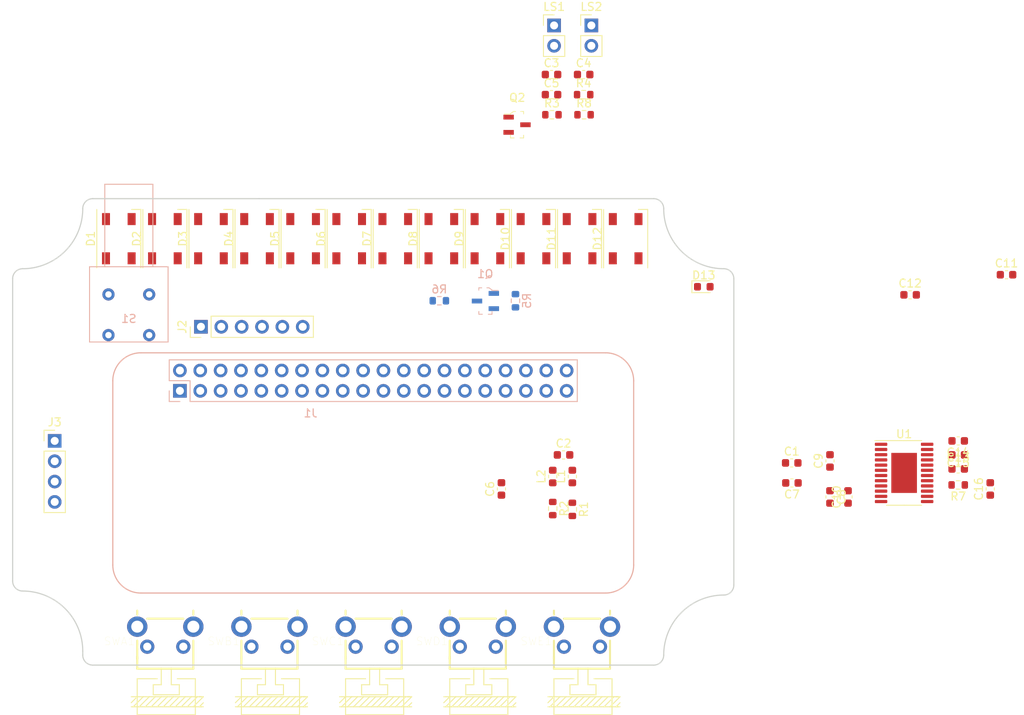
<source format=kicad_pcb>
(kicad_pcb (version 20171130) (host pcbnew "(5.1.8-0-10_14)")
  (title_block (title "Raspberry Pi Zero (W) uHAT Template Board") (date 2019-02-28) (rev 1.0) (comment 1 "This PCB design is licensed under MIT Open Source License."))
  (layers (0 F.Cu signal) (1 In1.Cu signal) (2 In2.Cu signal) (31 B.Cu signal) (34 B.Paste user) (35 F.Paste user) (36 B.SilkS user) (37 F.SilkS user) (38 B.Mask user) (39 F.Mask user) (44 Edge.Cuts user))
  (net 0 "")
  (net 1 GND)
  (net 2 "Net-(C1-Pad1)")
  (net 3 "Net-(C2-Pad1)")
  (net 4 GNDA)
  (net 5 +5V)
  (net 6 /BTN_D)
  (net 7 /BTN_E)
  (net 8 /BTN_A)
  (net 9 /BTN_B)
  (net 10 /BTN_C)
  (net 11 /PWM_AUDIO_L)
  (net 12 /PWM_AUDIO_R)
  (net 13 "Net-(L1-Pad1)")
  (net 14 "Net-(L2-Pad1)")
  (net 15 "Net-(D1-Pad4)")
  (net 16 "Net-(D1-Pad2)")
  (net 17 "Net-(D2-Pad4)")
  (net 18 "Net-(D3-Pad4)")
  (net 19 "Net-(D4-Pad4)")
  (net 20 "Net-(D5-Pad4)")
  (net 21 +3V3)
  (net 22 /LED)
  (net 23 "Net-(D10-Pad2)")
  (net 24 "Net-(D6-Pad4)")
  (net 25 "Net-(D10-Pad4)")
  (net 26 "Net-(D7-Pad4)")
  (net 27 "Net-(D8-Pad4)")
  (net 28 /PWR_BTN)
  (net 29 "Net-(D11-Pad4)")
  (net 30 /AUD_L+)
  (net 31 /AUD_R+)
  (net 32 /AUD_L-)
  (net 33 /AUD_R-)
  (net 34 /LB)
  (net 35 /GAIN_1)
  (net 36 /PWR_LED)
  (net 37 /GAIN_0)
  (net 38 /UART_RX)
  (net 39 /UART_TX)
  (net 40 /SPK_L+)
  (net 41 /SPK_L-)
  (net 42 /SPK_R+)
  (net 43 /SPK_R-)
  (net 44 "Net-(Q2-Pad2)")
  (net 45 "Net-(D13-Pad1)")
  (net 46 "Net-(R7-Pad2)")
  (net 47 "Net-(C14-Pad2)")
  (net 48 "Net-(C10-Pad2)")
  (module LED_SMD:LED_0603_1608Metric (layer F.Cu) (at 198.532 74.818)
    (fp_text reference D13 (at 0 -1.43) (layer F.SilkS))
    (fp_text value LED)
    (pad 2 smd roundrect (at 0.7875 0) (size 0.875 0.95) (layers F.Cu F.Paste F.Mask) (net 5 +5V))
    (pad 1 smd roundrect (at -0.7875 0) (size 0.875 0.95) (layers F.Cu F.Paste F.Mask) (net 45 "Net-(D13-Pad1)"))
  )
  (module Connector_PinHeader_2.54mm:PinHeader_1x06_P2.54mm_Vertical (layer F.Cu) (at 135.782 79.818 90)
    (fp_text reference J2 (at 0 -2.33 90) (layer F.SilkS))
    (fp_text value Conn_01x06_Male)
    (pad 6 thru_hole oval (at 0 12.7 90) (size 1.7 1.7) (drill 1) (layers *.Cu *.Mask))
    (pad 5 thru_hole oval (at 0 10.16 90) (size 1.7 1.7) (drill 1) (layers *.Cu *.Mask))
    (pad 4 thru_hole oval (at 0 7.62 90) (size 1.7 1.7) (drill 1) (layers *.Cu *.Mask))
    (pad 3 thru_hole oval (at 0 5.08 90) (size 1.7 1.7) (drill 1) (layers *.Cu *.Mask) (net 34 /LB))
    (pad 2 thru_hole oval (at 0 2.54 90) (size 1.7 1.7) (drill 1) (layers *.Cu *.Mask) (net 1 GND))
    (pad 1 thru_hole rect (at 0 0 90) (size 1.7 1.7) (drill 1) (layers *.Cu *.Mask) (net 5 +5V))
  )
  (module Capacitor_SMD:C_0603_1608Metric (layer F.Cu) (at 234.282 100.068 90)
    (fp_text reference C16 (at 0 -1.43 90) (layer F.SilkS))
    (fp_text value 10uF)
    (pad 2 smd roundrect (at 0.775 0 90) (size 0.9 0.95) (layers F.Cu F.Paste F.Mask) (net 5 +5V))
    (pad 1 smd roundrect (at -0.775 0 90) (size 0.9 0.95) (layers F.Cu F.Paste F.Mask) (net 1 GND))
  )
  (module Capacitor_SMD:C_0603_1608Metric (layer F.Cu) (at 230.282 95.818 180)
    (fp_text reference C15 (at 0 -1) (layer F.SilkS))
    (fp_text value 10uF)
    (pad 2 smd roundrect (at 0.775 0 180) (size 0.9 0.95) (layers F.Cu F.Paste F.Mask) (net 5 +5V))
    (pad 1 smd roundrect (at -0.775 0 180) (size 0.9 0.95) (layers F.Cu F.Paste F.Mask) (net 1 GND))
  )
  (module Capacitor_SMD:C_0603_1608Metric (layer F.Cu) (at 230.282 94.068 180)
    (fp_text reference C14 (at 0 -1.43) (layer F.SilkS))
    (fp_text value 1uF)
    (pad 2 smd roundrect (at 0.775 0 180) (size 0.9 0.95) (layers F.Cu F.Paste F.Mask) (net 47 "Net-(C14-Pad2)"))
    (pad 1 smd roundrect (at -0.775 0 180) (size 0.9 0.95) (layers F.Cu F.Paste F.Mask) (net 1 GND))
  )
  (module Capacitor_SMD:C_0603_1608Metric (layer F.Cu) (at 230.282 97.568)
    (fp_text reference C13 (at 0 -1.43) (layer F.SilkS))
    (fp_text value 0.1uF)
    (pad 2 smd roundrect (at 0.775 0) (size 0.9 0.95) (layers F.Cu F.Paste F.Mask) (net 1 GND))
    (pad 1 smd roundrect (at -0.775 0) (size 0.9 0.95) (layers F.Cu F.Paste F.Mask) (net 5 +5V))
  )
  (module Capacitor_SMD:C_0603_1608Metric (layer F.Cu) (at 224.282 75.828)
    (fp_text reference C12 (at 0 -1.43) (layer F.SilkS))
    (fp_text value 0.1uF)
    (pad 2 smd roundrect (at 0.775 0) (size 0.9 0.95) (layers F.Cu F.Paste F.Mask) (net 1 GND))
    (pad 1 smd roundrect (at -0.775 0) (size 0.9 0.95) (layers F.Cu F.Paste F.Mask) (net 5 +5V))
  )
  (module Capacitor_SMD:C_0603_1608Metric (layer F.Cu) (at 236.312 73.318)
    (fp_text reference C11 (at 0 -1.43) (layer F.SilkS))
    (fp_text value 0.1uF)
    (pad 2 smd roundrect (at 0.775 0) (size 0.9 0.95) (layers F.Cu F.Paste F.Mask) (net 5 +5V))
    (pad 1 smd roundrect (at -0.775 0) (size 0.9 0.95) (layers F.Cu F.Paste F.Mask) (net 1 GND))
  )
  (module Capacitor_SMD:C_0603_1608Metric (layer F.Cu) (at 216.532 101.068 90)
    (fp_text reference C10 (at 0 -1.43 90) (layer F.SilkS))
    (fp_text value 220pF)
    (pad 2 smd roundrect (at 0.775 0 90) (size 0.9 0.95) (layers F.Cu F.Paste F.Mask) (net 48 "Net-(C10-Pad2)"))
    (pad 1 smd roundrect (at -0.775 0 90) (size 0.9 0.95) (layers F.Cu F.Paste F.Mask) (net 1 GND))
  )
  (module Capacitor_SMD:C_0603_1608Metric (layer F.Cu) (at 214.282 96.568 90)
    (fp_text reference C9 (at 0 -1.43 90) (layer F.SilkS))
    (fp_text value 0.1uF)
    (pad 2 smd roundrect (at 0.775 0 90) (size 0.9 0.95) (layers F.Cu F.Paste F.Mask) (net 1 GND))
    (pad 1 smd roundrect (at -0.775 0 90) (size 0.9 0.95) (layers F.Cu F.Paste F.Mask) (net 5 +5V))
  )
  (module Capacitor_SMD:C_0603_1608Metric (layer F.Cu) (at 214.282 101.068 270)
    (fp_text reference C8 (at 0 -1.43 90) (layer F.SilkS))
    (fp_text value 0.1uF)
    (pad 2 smd roundrect (at 0.775 0 270) (size 0.9 0.95) (layers F.Cu F.Paste F.Mask) (net 1 GND))
    (pad 1 smd roundrect (at -0.775 0 270) (size 0.9 0.95) (layers F.Cu F.Paste F.Mask) (net 5 +5V))
  )
  (module B3F-3152:B3F3152 (layer F.Cu) (at 179.832 117.268)
    (fp_text reference SWE1 (at -2.215 1.825 180) (layer F.SilkS) (effects (font (thickness 0.015))))
    (fp_text value B3F-3152)
    (pad 2 thru_hole circle (at 5.75 2.5) (size 1.778 1.778) (drill 1.016) (layers *.Cu *.Mask) (net 7 /BTN_E))
    (pad 1 thru_hole circle (at 1.25 2.5) (size 1.778 1.778) (drill 1.016) (layers *.Cu *.Mask) (net 1 GND))
    (pad GND@2 thru_hole circle (at 7 0) (size 2.54 2.54) (drill 1.5) (layers *.Cu *.Mask) (net 1 GND))
    (pad GND@1 thru_hole circle (at 0 0) (size 2.54 2.54) (drill 1.5) (layers *.Cu *.Mask) (net 1 GND))
  )
  (module B3F-3152:B3F3152 (layer F.Cu) (at 166.832 117.268)
    (fp_text reference SWD1 (at -2.215 1.825 180) (layer F.SilkS) (effects (font (thickness 0.015))))
    (fp_text value B3F-3152)
    (pad 2 thru_hole circle (at 5.75 2.5) (size 1.778 1.778) (drill 1.016) (layers *.Cu *.Mask) (net 6 /BTN_D))
    (pad 1 thru_hole circle (at 1.25 2.5) (size 1.778 1.778) (drill 1.016) (layers *.Cu *.Mask) (net 1 GND))
    (pad GND@2 thru_hole circle (at 7 0) (size 2.54 2.54) (drill 1.5) (layers *.Cu *.Mask) (net 1 GND))
    (pad GND@1 thru_hole circle (at 0 0) (size 2.54 2.54) (drill 1.5) (layers *.Cu *.Mask) (net 1 GND))
  )
  (module B3F-3152:B3F3152 (layer F.Cu) (at 153.832 117.268)
    (fp_text reference SWC1 (at -2.215 1.825 180) (layer F.SilkS) (effects (font (thickness 0.015))))
    (fp_text value B3F-3152)
    (pad 2 thru_hole circle (at 5.75 2.5) (size 1.778 1.778) (drill 1.016) (layers *.Cu *.Mask) (net 10 /BTN_C))
    (pad 1 thru_hole circle (at 1.25 2.5) (size 1.778 1.778) (drill 1.016) (layers *.Cu *.Mask) (net 1 GND))
    (pad GND@2 thru_hole circle (at 7 0) (size 2.54 2.54) (drill 1.5) (layers *.Cu *.Mask) (net 1 GND))
    (pad GND@1 thru_hole circle (at 0 0) (size 2.54 2.54) (drill 1.5) (layers *.Cu *.Mask) (net 1 GND))
  )
  (module B3F-3152:B3F3152 (layer F.Cu) (at 140.832 117.268)
    (fp_text reference SWB1 (at -2.215 1.825 180) (layer F.SilkS) (effects (font (thickness 0.015))))
    (fp_text value B3F-3152)
    (pad 2 thru_hole circle (at 5.75 2.5) (size 1.778 1.778) (drill 1.016) (layers *.Cu *.Mask) (net 9 /BTN_B))
    (pad 1 thru_hole circle (at 1.25 2.5) (size 1.778 1.778) (drill 1.016) (layers *.Cu *.Mask) (net 1 GND))
    (pad GND@2 thru_hole circle (at 7 0) (size 2.54 2.54) (drill 1.5) (layers *.Cu *.Mask) (net 1 GND))
    (pad GND@1 thru_hole circle (at 0 0) (size 2.54 2.54) (drill 1.5) (layers *.Cu *.Mask) (net 1 GND))
  )
  (module B3F-3152:B3F3152 (layer F.Cu) (at 127.832 117.268)
    (fp_text reference SWA1 (at -2.215 1.825 180) (layer F.SilkS) (effects (font (thickness 0.015))))
    (fp_text value B3F-3152)
    (pad 2 thru_hole circle (at 5.75 2.5) (size 1.778 1.778) (drill 1.016) (layers *.Cu *.Mask) (net 8 /BTN_A))
    (pad 1 thru_hole circle (at 1.25 2.5) (size 1.778 1.778) (drill 1.016) (layers *.Cu *.Mask) (net 1 GND))
    (pad GND@2 thru_hole circle (at 7 0) (size 2.54 2.54) (drill 1.5) (layers *.Cu *.Mask) (net 1 GND))
    (pad GND@1 thru_hole circle (at 0 0) (size 2.54 2.54) (drill 1.5) (layers *.Cu *.Mask) (net 1 GND))
  )
  (module magic-music-box:AB11AH-FA (layer B.Cu) (at 126.782 78.318 180)
    (fp_text reference S1 (at 0 -0.5) (layer B.SilkS) (effects (justify mirror)))
    (fp_text value AB11AH-FA)
    (pad "" thru_hole circle (at -2.54 -2.54 180) (size 1.524 1.524) (drill 0.8) (layers *.Cu *.Mask))
    (pad "" thru_hole circle (at 2.54 -2.54 180) (size 1.524 1.524) (drill 0.8) (layers *.Cu *.Mask))
    (pad 3 thru_hole circle (at 2.54 2.54 180) (size 1.524 1.524) (drill 0.8) (layers *.Cu *.Mask) (net 1 GND))
    (pad 1 thru_hole circle (at -2.54 2.54 180) (size 1.524 1.524) (drill 0.8) (layers *.Cu *.Mask) (net 28 /PWR_BTN))
  )
  (module Resistor_SMD:R_0603_1608Metric (layer F.Cu) (at 183.592 53.338)
    (fp_text reference R8 (at 0 -1.43) (layer F.SilkS))
    (fp_text value 200R)
    (pad 2 smd roundrect (at 0.825 0) (size 0.8 0.95) (layers F.Cu F.Paste F.Mask) (net 44 "Net-(Q2-Pad2)"))
    (pad 1 smd roundrect (at -0.825 0) (size 0.8 0.95) (layers F.Cu F.Paste F.Mask) (net 1 GND))
  )
  (module Resistor_SMD:R_0603_1608Metric (layer F.Cu) (at 230.282 99.568 180)
    (fp_text reference R7 (at 0 -1.43) (layer F.SilkS))
    (fp_text value 120k)
    (pad 2 smd roundrect (at 0.825 0 180) (size 0.8 0.95) (layers F.Cu F.Paste F.Mask) (net 46 "Net-(R7-Pad2)"))
    (pad 1 smd roundrect (at -0.825 0 180) (size 0.8 0.95) (layers F.Cu F.Paste F.Mask) (net 1 GND))
  )
  (module Resistor_SMD:R_0603_1608Metric (layer F.Cu) (at 183.542 50.828)
    (fp_text reference R4 (at 0 -1.43) (layer F.SilkS))
    (fp_text value 5R)
    (pad 2 smd roundrect (at 0.825 0) (size 0.8 0.95) (layers F.Cu F.Paste F.Mask) (net 4 GNDA))
    (pad 1 smd roundrect (at -0.825 0) (size 0.8 0.95) (layers F.Cu F.Paste F.Mask) (net 3 "Net-(C2-Pad1)"))
  )
  (module Resistor_SMD:R_0603_1608Metric (layer F.Cu) (at 179.582 53.338)
    (fp_text reference R3 (at 0 -1.43) (layer F.SilkS))
    (fp_text value 5R)
    (pad 2 smd roundrect (at 0.825 0) (size 0.8 0.95) (layers F.Cu F.Paste F.Mask) (net 2 "Net-(C1-Pad1)"))
    (pad 1 smd roundrect (at -0.825 0) (size 0.8 0.95) (layers F.Cu F.Paste F.Mask) (net 4 GNDA))
  )
  (module digikey-footprints:SOT-23-3 (layer F.Cu) (at 175.227 54.588)
    (fp_text reference Q2 (at 0.025 -3.375) (layer F.SilkS))
    (fp_text value BSS138)
    (pad 1 smd rect (at -1.05 -0.95) (size 1.3 0.6) (layers F.Cu F.Paste F.Mask) (net 36 /PWR_LED))
    (pad 2 smd rect (at -1.05 0.95) (size 1.3 0.6) (layers F.Cu F.Paste F.Mask) (net 44 "Net-(Q2-Pad2)"))
    (pad 3 smd rect (at 1.05 0) (size 1.3 0.6) (layers F.Cu F.Paste F.Mask) (net 45 "Net-(D13-Pad1)"))
  )
  (module Connector_PinHeader_2.54mm:PinHeader_1x02_P2.54mm_Vertical (layer F.Cu) (at 184.502 42.188)
    (fp_text reference LS2 (at 0 -2.33) (layer F.SilkS))
    (fp_text value Speaker)
    (pad 2 thru_hole oval (at 0 2.54) (size 1.7 1.7) (drill 1) (layers *.Cu *.Mask) (net 42 /SPK_R+))
    (pad 1 thru_hole rect (at 0 0) (size 1.7 1.7) (drill 1) (layers *.Cu *.Mask) (net 43 /SPK_R-))
  )
  (module Connector_PinHeader_2.54mm:PinHeader_1x02_P2.54mm_Vertical (layer F.Cu) (at 179.852 42.188)
    (fp_text reference LS1 (at 0 -2.33) (layer F.SilkS))
    (fp_text value Speaker)
    (pad 2 thru_hole oval (at 0 2.54) (size 1.7 1.7) (drill 1) (layers *.Cu *.Mask) (net 40 /SPK_L+))
    (pad 1 thru_hole rect (at 0 0) (size 1.7 1.7) (drill 1) (layers *.Cu *.Mask) (net 41 /SPK_L-))
  )
  (module Connector_PinHeader_2.54mm:PinHeader_1x04_P2.54mm_Vertical (layer F.Cu) (at 117.532 94.068)
    (fp_text reference J3 (at 0 -2.33) (layer F.SilkS))
    (fp_text value Conn_01x04_Male)
    (pad 4 thru_hole oval (at 0 7.62) (size 1.7 1.7) (drill 1) (layers *.Cu *.Mask) (net 1 GND))
    (pad 3 thru_hole oval (at 0 5.08) (size 1.7 1.7) (drill 1) (layers *.Cu *.Mask) (net 38 /UART_RX))
    (pad 2 thru_hole oval (at 0 2.54) (size 1.7 1.7) (drill 1) (layers *.Cu *.Mask) (net 39 /UART_TX))
    (pad 1 thru_hole rect (at 0 0) (size 1.7 1.7) (drill 1) (layers *.Cu *.Mask) (net 5 +5V))
  )
  (module Capacitor_SMD:C_0603_1608Metric (layer F.Cu) (at 179.532 50.828)
    (fp_text reference C5 (at 0 -1.43) (layer F.SilkS))
    (fp_text value 0.1uF)
    (pad 2 smd roundrect (at 0.775 0) (size 0.9 0.95) (layers F.Cu F.Paste F.Mask) (net 2 "Net-(C1-Pad1)"))
    (pad 1 smd roundrect (at -0.775 0) (size 0.9 0.95) (layers F.Cu F.Paste F.Mask) (net 31 /AUD_R+))
  )
  (module Capacitor_SMD:C_0603_1608Metric (layer F.Cu) (at 183.542 48.318)
    (fp_text reference C4 (at 0 -1.43) (layer F.SilkS))
    (fp_text value 0.1uF)
    (pad 2 smd roundrect (at 0.775 0) (size 0.9 0.95) (layers F.Cu F.Paste F.Mask) (net 3 "Net-(C2-Pad1)"))
    (pad 1 smd roundrect (at -0.775 0) (size 0.9 0.95) (layers F.Cu F.Paste F.Mask) (net 30 /AUD_L+))
  )
  (module Capacitor_SMD:C_0603_1608Metric (layer F.Cu) (at 179.532 48.318)
    (fp_text reference C3 (at 0 -1.43) (layer F.SilkS))
    (fp_text value 1.5uF)
    (pad 2 smd roundrect (at 0.775 0) (size 0.9 0.95) (layers F.Cu F.Paste F.Mask) (net 3 "Net-(C2-Pad1)"))
    (pad 1 smd roundrect (at -0.775 0) (size 0.9 0.95) (layers F.Cu F.Paste F.Mask) (net 4 GNDA))
  )
  (module LED_SMD:LED_SK6812_PLCC4_5.0x5.0mm_P3.2mm (layer F.Cu) (at 160.032 68.818 90)
    (fp_text reference D7 (at 0 -3.5 90) (layer F.SilkS))
    (fp_text value SK6812)
    (pad 3 smd rect (at -2.45 -1.6 90) (size 1.5 1) (layers F.Cu F.Paste F.Mask) (net 5 +5V))
    (pad 4 smd rect (at -2.45 1.6 90) (size 1.5 1) (layers F.Cu F.Paste F.Mask) (net 26 "Net-(D7-Pad4)"))
    (pad 2 smd rect (at 2.45 -1.6 90) (size 1.5 1) (layers F.Cu F.Paste F.Mask) (net 24 "Net-(D6-Pad4)"))
    (pad 1 smd rect (at 2.45 1.6 90) (size 1.5 1) (layers F.Cu F.Paste F.Mask) (net 1 GND))
  )
  (module LED_SMD:LED_SK6812_PLCC4_5.0x5.0mm_P3.2mm (layer F.Cu) (at 154.282 68.818 90)
    (fp_text reference D6 (at 0 -3.5 90) (layer F.SilkS))
    (fp_text value SK6812)
    (pad 3 smd rect (at -2.45 -1.6 90) (size 1.5 1) (layers F.Cu F.Paste F.Mask) (net 5 +5V))
    (pad 4 smd rect (at -2.45 1.6 90) (size 1.5 1) (layers F.Cu F.Paste F.Mask) (net 24 "Net-(D6-Pad4)"))
    (pad 2 smd rect (at 2.45 -1.6 90) (size 1.5 1) (layers F.Cu F.Paste F.Mask) (net 20 "Net-(D5-Pad4)"))
    (pad 1 smd rect (at 2.45 1.6 90) (size 1.5 1) (layers F.Cu F.Paste F.Mask) (net 1 GND))
  )
  (module LED_SMD:LED_SK6812_PLCC4_5.0x5.0mm_P3.2mm (layer F.Cu) (at 188.782 68.818 90)
    (fp_text reference D12 (at 0 -3.5 90) (layer F.SilkS))
    (fp_text value SK6812)
    (pad 3 smd rect (at -2.45 -1.6 90) (size 1.5 1) (layers F.Cu F.Paste F.Mask) (net 5 +5V))
    (pad 4 smd rect (at -2.45 1.6 90) (size 1.5 1) (layers F.Cu F.Paste F.Mask))
    (pad 2 smd rect (at 2.45 -1.6 90) (size 1.5 1) (layers F.Cu F.Paste F.Mask) (net 29 "Net-(D11-Pad4)"))
    (pad 1 smd rect (at 2.45 1.6 90) (size 1.5 1) (layers F.Cu F.Paste F.Mask) (net 1 GND))
  )
  (module LED_SMD:LED_SK6812_PLCC4_5.0x5.0mm_P3.2mm (layer F.Cu) (at 183.032 68.818 90)
    (fp_text reference D11 (at 0 -3.5 90) (layer F.SilkS))
    (fp_text value SK6812)
    (pad 3 smd rect (at -2.45 -1.6 90) (size 1.5 1) (layers F.Cu F.Paste F.Mask) (net 5 +5V))
    (pad 4 smd rect (at -2.45 1.6 90) (size 1.5 1) (layers F.Cu F.Paste F.Mask) (net 29 "Net-(D11-Pad4)"))
    (pad 2 smd rect (at 2.45 -1.6 90) (size 1.5 1) (layers F.Cu F.Paste F.Mask) (net 25 "Net-(D10-Pad4)"))
    (pad 1 smd rect (at 2.45 1.6 90) (size 1.5 1) (layers F.Cu F.Paste F.Mask) (net 1 GND))
  )
  (module LED_SMD:LED_SK6812_PLCC4_5.0x5.0mm_P3.2mm (layer F.Cu) (at 177.282 68.818 90)
    (fp_text reference D10 (at 0 -3.5 90) (layer F.SilkS))
    (fp_text value SK6812)
    (pad 3 smd rect (at -2.45 -1.6 90) (size 1.5 1) (layers F.Cu F.Paste F.Mask) (net 5 +5V))
    (pad 4 smd rect (at -2.45 1.6 90) (size 1.5 1) (layers F.Cu F.Paste F.Mask) (net 25 "Net-(D10-Pad4)"))
    (pad 2 smd rect (at 2.45 -1.6 90) (size 1.5 1) (layers F.Cu F.Paste F.Mask) (net 23 "Net-(D10-Pad2)"))
    (pad 1 smd rect (at 2.45 1.6 90) (size 1.5 1) (layers F.Cu F.Paste F.Mask) (net 1 GND))
  )
  (module LED_SMD:LED_SK6812_PLCC4_5.0x5.0mm_P3.2mm (layer F.Cu) (at 171.532 68.818 90)
    (fp_text reference D9 (at 0 -3.5 90) (layer F.SilkS))
    (fp_text value SK6812)
    (pad 3 smd rect (at -2.45 -1.6 90) (size 1.5 1) (layers F.Cu F.Paste F.Mask) (net 5 +5V))
    (pad 4 smd rect (at -2.45 1.6 90) (size 1.5 1) (layers F.Cu F.Paste F.Mask) (net 23 "Net-(D10-Pad2)"))
    (pad 2 smd rect (at 2.45 -1.6 90) (size 1.5 1) (layers F.Cu F.Paste F.Mask) (net 27 "Net-(D8-Pad4)"))
    (pad 1 smd rect (at 2.45 1.6 90) (size 1.5 1) (layers F.Cu F.Paste F.Mask) (net 1 GND))
  )
  (module LED_SMD:LED_SK6812_PLCC4_5.0x5.0mm_P3.2mm (layer F.Cu) (at 165.782 68.818 90)
    (fp_text reference D8 (at 0 -3.5 90) (layer F.SilkS))
    (fp_text value SK6812)
    (pad 3 smd rect (at -2.45 -1.6 90) (size 1.5 1) (layers F.Cu F.Paste F.Mask) (net 5 +5V))
    (pad 4 smd rect (at -2.45 1.6 90) (size 1.5 1) (layers F.Cu F.Paste F.Mask) (net 27 "Net-(D8-Pad4)"))
    (pad 2 smd rect (at 2.45 -1.6 90) (size 1.5 1) (layers F.Cu F.Paste F.Mask) (net 26 "Net-(D7-Pad4)"))
    (pad 1 smd rect (at 2.45 1.6 90) (size 1.5 1) (layers F.Cu F.Paste F.Mask) (net 1 GND))
  )
  (module Resistor_SMD:R_0603_1608Metric (layer B.Cu) (at 165.532 76.568 180)
    (fp_text reference R6 (at 0 1.43) (layer B.SilkS) (effects (justify mirror)))
    (fp_text value 10k)
    (pad 2 smd roundrect (at 0.825 0 180) (size 0.8 0.95) (layers B.Cu B.Paste B.Mask) (net 5 +5V))
    (pad 1 smd roundrect (at -0.825 0 180) (size 0.8 0.95) (layers B.Cu B.Paste B.Mask) (net 16 "Net-(D1-Pad2)"))
  )
  (module Resistor_SMD:R_0603_1608Metric (layer B.Cu) (at 175.032 76.568 90)
    (fp_text reference R5 (at 0 1.43 270) (layer B.SilkS) (effects (justify mirror)))
    (fp_text value 10k)
    (pad 2 smd roundrect (at 0.825 0 90) (size 0.8 0.95) (layers B.Cu B.Paste B.Mask) (net 21 +3V3))
    (pad 1 smd roundrect (at -0.825 0 90) (size 0.8 0.95) (layers B.Cu B.Paste B.Mask) (net 22 /LED))
  )
  (module digikey-footprints:SOT-23-3 (layer B.Cu) (at 171.282 76.603 180)
    (fp_text reference Q1 (at 0.025 3.375) (layer B.SilkS) (effects (justify mirror)))
    (fp_text value BSS138)
    (pad 1 smd rect (at -1.05 0.95 180) (size 1.3 0.6) (layers B.Cu B.Paste B.Mask) (net 21 +3V3))
    (pad 2 smd rect (at -1.05 -0.95 180) (size 1.3 0.6) (layers B.Cu B.Paste B.Mask) (net 22 /LED))
    (pad 3 smd rect (at 1.05 0 180) (size 1.3 0.6) (layers B.Cu B.Paste B.Mask) (net 16 "Net-(D1-Pad2)"))
  )
  (module LED_SMD:LED_SK6812_PLCC4_5.0x5.0mm_P3.2mm (layer F.Cu) (at 148.532 68.818 90)
    (fp_text reference D5 (at 0 -3.5 90) (layer F.SilkS))
    (fp_text value SK6812)
    (pad 3 smd rect (at -2.45 -1.6 90) (size 1.5 1) (layers F.Cu F.Paste F.Mask) (net 5 +5V))
    (pad 4 smd rect (at -2.45 1.6 90) (size 1.5 1) (layers F.Cu F.Paste F.Mask) (net 20 "Net-(D5-Pad4)"))
    (pad 2 smd rect (at 2.45 -1.6 90) (size 1.5 1) (layers F.Cu F.Paste F.Mask) (net 19 "Net-(D4-Pad4)"))
    (pad 1 smd rect (at 2.45 1.6 90) (size 1.5 1) (layers F.Cu F.Paste F.Mask) (net 1 GND))
  )
  (module LED_SMD:LED_SK6812_PLCC4_5.0x5.0mm_P3.2mm (layer F.Cu) (at 142.782 68.818 90)
    (fp_text reference D4 (at 0 -3.5 90) (layer F.SilkS))
    (fp_text value SK6812)
    (pad 3 smd rect (at -2.45 -1.6 90) (size 1.5 1) (layers F.Cu F.Paste F.Mask) (net 5 +5V))
    (pad 4 smd rect (at -2.45 1.6 90) (size 1.5 1) (layers F.Cu F.Paste F.Mask) (net 19 "Net-(D4-Pad4)"))
    (pad 2 smd rect (at 2.45 -1.6 90) (size 1.5 1) (layers F.Cu F.Paste F.Mask) (net 18 "Net-(D3-Pad4)"))
    (pad 1 smd rect (at 2.45 1.6 90) (size 1.5 1) (layers F.Cu F.Paste F.Mask) (net 1 GND))
  )
  (module LED_SMD:LED_SK6812_PLCC4_5.0x5.0mm_P3.2mm (layer F.Cu) (at 137.032 68.818 90)
    (fp_text reference D3 (at 0 -3.5 90) (layer F.SilkS))
    (fp_text value SK6812)
    (pad 3 smd rect (at -2.45 -1.6 90) (size 1.5 1) (layers F.Cu F.Paste F.Mask) (net 5 +5V))
    (pad 4 smd rect (at -2.45 1.6 90) (size 1.5 1) (layers F.Cu F.Paste F.Mask) (net 18 "Net-(D3-Pad4)"))
    (pad 2 smd rect (at 2.45 -1.6 90) (size 1.5 1) (layers F.Cu F.Paste F.Mask) (net 17 "Net-(D2-Pad4)"))
    (pad 1 smd rect (at 2.45 1.6 90) (size 1.5 1) (layers F.Cu F.Paste F.Mask) (net 1 GND))
  )
  (module LED_SMD:LED_SK6812_PLCC4_5.0x5.0mm_P3.2mm (layer F.Cu) (at 131.282 68.818 90)
    (fp_text reference D2 (at 0 -3.5 90) (layer F.SilkS))
    (fp_text value SK6812)
    (pad 3 smd rect (at -2.45 -1.6 90) (size 1.5 1) (layers F.Cu F.Paste F.Mask) (net 5 +5V))
    (pad 4 smd rect (at -2.45 1.6 90) (size 1.5 1) (layers F.Cu F.Paste F.Mask) (net 17 "Net-(D2-Pad4)"))
    (pad 2 smd rect (at 2.45 -1.6 90) (size 1.5 1) (layers F.Cu F.Paste F.Mask) (net 15 "Net-(D1-Pad4)"))
    (pad 1 smd rect (at 2.45 1.6 90) (size 1.5 1) (layers F.Cu F.Paste F.Mask) (net 1 GND))
  )
  (module LED_SMD:LED_SK6812_PLCC4_5.0x5.0mm_P3.2mm (layer F.Cu) (at 125.532 68.818 90)
    (fp_text reference D1 (at 0 -3.5 90) (layer F.SilkS))
    (fp_text value SK6812)
    (pad 3 smd rect (at -2.45 -1.6 90) (size 1.5 1) (layers F.Cu F.Paste F.Mask) (net 5 +5V))
    (pad 4 smd rect (at -2.45 1.6 90) (size 1.5 1) (layers F.Cu F.Paste F.Mask) (net 15 "Net-(D1-Pad4)"))
    (pad 2 smd rect (at 2.45 -1.6 90) (size 1.5 1) (layers F.Cu F.Paste F.Mask) (net 16 "Net-(D1-Pad2)"))
    (pad 1 smd rect (at 2.45 1.6 90) (size 1.5 1) (layers F.Cu F.Paste F.Mask) (net 1 GND))
  )
  (module Inductor_SMD:L_0603_1608Metric (layer F.Cu) (at 179.682 98.518 90)
    (fp_text reference L2 (at 0 -1.43 270) (layer F.SilkS))
    (fp_text value 10uH)
    (pad 2 smd roundrect (at 0.7875 0 90) (size 0.875 0.95) (layers F.Cu F.Paste F.Mask) (net 3 "Net-(C2-Pad1)"))
    (pad 1 smd roundrect (at -0.7875 0 90) (size 0.875 0.95) (layers F.Cu F.Paste F.Mask) (net 14 "Net-(L2-Pad1)"))
  )
  (module Inductor_SMD:L_0603_1608Metric (layer F.Cu) (at 182.132 98.518 90)
    (fp_text reference L1 (at 0 -1.43 270) (layer F.SilkS))
    (fp_text value 10uH)
    (pad 2 smd roundrect (at 0.7875 0 90) (size 0.875 0.95) (layers F.Cu F.Paste F.Mask) (net 2 "Net-(C1-Pad1)"))
    (pad 1 smd roundrect (at -0.7875 0 90) (size 0.875 0.95) (layers F.Cu F.Paste F.Mask) (net 13 "Net-(L1-Pad1)"))
  )
  (module Package_SO:HTSSOP-24-1EP_4.4x7.8mm_P0.65mm_EP3.2x5mm (layer F.Cu) (at 223.532 98.068)
    (fp_text reference U1 (at 0 -4.85) (layer F.SilkS))
    (fp_text value TPA2001D2)
    (pad 25 smd rect (at 0 0) (size 3.2 5) (layers F.Cu F.Mask))
    (pad 24 smd roundrect (at 2.875 -3.575) (size 1.55 0.4) (layers F.Cu F.Paste F.Mask) (net 1 GND))
    (pad 23 smd roundrect (at 2.875 -2.925) (size 1.55 0.4) (layers F.Cu F.Paste F.Mask) (net 40 /SPK_L+))
    (pad 22 smd roundrect (at 2.875 -2.275) (size 1.55 0.4) (layers F.Cu F.Paste F.Mask) (net 47 "Net-(C14-Pad2)"))
    (pad 21 smd roundrect (at 2.875 -1.625) (size 1.55 0.4) (layers F.Cu F.Paste F.Mask) (net 5 +5V))
    (pad 20 smd roundrect (at 2.875 -0.975) (size 1.55 0.4) (layers F.Cu F.Paste F.Mask) (net 30 /AUD_L+))
    (pad 19 smd roundrect (at 2.875 -0.325) (size 1.55 0.4) (layers F.Cu F.Paste F.Mask) (net 5 +5V))
    (pad 18 smd roundrect (at 2.875 0.325) (size 1.55 0.4) (layers F.Cu F.Paste F.Mask) (net 46 "Net-(R7-Pad2)"))
    (pad 17 smd roundrect (at 2.875 0.975) (size 1.55 0.4) (layers F.Cu F.Paste F.Mask) (net 31 /AUD_R+))
    (pad 16 smd roundrect (at 2.875 1.625) (size 1.55 0.4) (layers F.Cu F.Paste F.Mask) (net 5 +5V))
    (pad 15 smd roundrect (at 2.875 2.275) (size 1.55 0.4) (layers F.Cu F.Paste F.Mask) (net 35 /GAIN_1))
    (pad 14 smd roundrect (at 2.875 2.925) (size 1.55 0.4) (layers F.Cu F.Paste F.Mask) (net 42 /SPK_R+))
    (pad 13 smd roundrect (at 2.875 3.575) (size 1.55 0.4) (layers F.Cu F.Paste F.Mask) (net 1 GND))
    (pad 12 smd roundrect (at -2.875 3.575) (size 1.55 0.4) (layers F.Cu F.Paste F.Mask) (net 1 GND))
    (pad 11 smd roundrect (at -2.875 2.925) (size 1.55 0.4) (layers F.Cu F.Paste F.Mask) (net 43 /SPK_R-))
    (pad 10 smd roundrect (at -2.875 2.275) (size 1.55 0.4) (layers F.Cu F.Paste F.Mask) (net 5 +5V))
    (pad 9 smd roundrect (at -2.875 1.625) (size 1.55 0.4) (layers F.Cu F.Paste F.Mask) (net 5 +5V))
    (pad 8 smd roundrect (at -2.875 0.975) (size 1.55 0.4) (layers F.Cu F.Paste F.Mask) (net 33 /AUD_R-))
    (pad 7 smd roundrect (at -2.875 0.325) (size 1.55 0.4) (layers F.Cu F.Paste F.Mask) (net 48 "Net-(C10-Pad2)"))
    (pad 6 smd roundrect (at -2.875 -0.325) (size 1.55 0.4) (layers F.Cu F.Paste F.Mask) (net 1 GND))
    (pad 5 smd roundrect (at -2.875 -0.975) (size 1.55 0.4) (layers F.Cu F.Paste F.Mask) (net 32 /AUD_L-))
    (pad 4 smd roundrect (at -2.875 -1.625) (size 1.55 0.4) (layers F.Cu F.Paste F.Mask) (net 5 +5V))
    (pad 3 smd roundrect (at -2.875 -2.275) (size 1.55 0.4) (layers F.Cu F.Paste F.Mask) (net 37 /GAIN_0))
    (pad 2 smd roundrect (at -2.875 -2.925) (size 1.55 0.4) (layers F.Cu F.Paste F.Mask) (net 41 /SPK_L-))
    (pad 1 smd roundrect (at -2.875 -3.575) (size 1.55 0.4) (layers F.Cu F.Paste F.Mask) (net 1 GND))
  )
  (module Resistor_SMD:R_0603_1608Metric (layer F.Cu) (at 179.682 102.518 270)
    (fp_text reference R2 (at 0 -1.43 270) (layer F.SilkS))
    (fp_text value 5R)
    (pad 2 smd roundrect (at 0.825 0 270) (size 0.8 0.95) (layers F.Cu F.Paste F.Mask) (net 11 /PWM_AUDIO_L))
    (pad 1 smd roundrect (at -0.825 0 270) (size 0.8 0.95) (layers F.Cu F.Paste F.Mask) (net 14 "Net-(L2-Pad1)"))
  )
  (module Resistor_SMD:R_0603_1608Metric (layer F.Cu) (at 182.132 102.618 270)
    (fp_text reference R1 (at 0 -1.43 270) (layer F.SilkS))
    (fp_text value 5R)
    (pad 2 smd roundrect (at 0.825 0 270) (size 0.8 0.95) (layers F.Cu F.Paste F.Mask) (net 12 /PWM_AUDIO_R))
    (pad 1 smd roundrect (at -0.825 0 270) (size 0.8 0.95) (layers F.Cu F.Paste F.Mask) (net 13 "Net-(L1-Pad1)"))
  )
  (module Capacitor_SMD:C_0603_1608Metric (layer F.Cu) (at 209.532 99.318 180)
    (fp_text reference C7 (at 0 -1.43) (layer F.SilkS))
    (fp_text value 0.1uF)
    (pad 2 smd roundrect (at 0.775 0 180) (size 0.9 0.95) (layers F.Cu F.Paste F.Mask) (net 4 GNDA))
    (pad 1 smd roundrect (at -0.775 0 180) (size 0.9 0.95) (layers F.Cu F.Paste F.Mask) (net 33 /AUD_R-))
  )
  (module Capacitor_SMD:C_0603_1608Metric (layer F.Cu) (at 173.282 100.068 90)
    (fp_text reference C6 (at 0 -1.43 270) (layer F.SilkS))
    (fp_text value 0.1uF)
    (pad 2 smd roundrect (at 0.775 0 90) (size 0.9 0.95) (layers F.Cu F.Paste F.Mask) (net 4 GNDA))
    (pad 1 smd roundrect (at -0.775 0 90) (size 0.9 0.95) (layers F.Cu F.Paste F.Mask) (net 32 /AUD_L-))
  )
  (module Capacitor_SMD:C_0603_1608Metric (layer F.Cu) (at 181.032 95.818)
    (fp_text reference C2 (at 0 -1.43 -180) (layer F.SilkS))
    (fp_text value 1.5uF)
    (pad 2 smd roundrect (at 0.775 0) (size 0.9 0.95) (layers F.Cu F.Paste F.Mask) (net 2 "Net-(C1-Pad1)"))
    (pad 1 smd roundrect (at -0.775 0) (size 0.9 0.95) (layers F.Cu F.Paste F.Mask) (net 3 "Net-(C2-Pad1)"))
  )
  (module Capacitor_SMD:C_0603_1608Metric (layer F.Cu) (at 209.507 96.818)
    (fp_text reference C1 (at 0 -1.43 -180) (layer F.SilkS))
    (fp_text value 1.5uF)
    (pad 2 smd roundrect (at 0.775 0) (size 0.9 0.95) (layers F.Cu F.Paste F.Mask) (net 4 GNDA))
    (pad 1 smd roundrect (at -0.775 0) (size 0.9 0.95) (layers F.Cu F.Paste F.Mask) (net 2 "Net-(C1-Pad1)"))
  )
  (module lib:PinSocket_2x20_P2.54mm_Vertical_Centered_Anchor (layer B.Cu) (at 133.157 87.818 270)
    (fp_text reference J1 (at 2.8 -16.3) (layer B.SilkS) (effects (justify mirror)))
    (fp_text value GPIO_CONNECTOR)
    (pad 40 thru_hole oval (at -2.54 -48.26 270) (size 1.7 1.7) (drill 1) (layers *.Cu *.Mask) (net 28 /PWR_BTN))
    (pad 39 thru_hole oval (at 0 -48.26 270) (size 1.7 1.7) (drill 1) (layers *.Cu *.Mask))
    (pad 38 thru_hole oval (at -2.54 -45.72 270) (size 1.7 1.7) (drill 1) (layers *.Cu *.Mask) (net 34 /LB))
    (pad 37 thru_hole oval (at 0 -45.72 270) (size 1.7 1.7) (drill 1) (layers *.Cu *.Mask) (net 35 /GAIN_1))
    (pad 36 thru_hole oval (at -2.54 -43.18 270) (size 1.7 1.7) (drill 1) (layers *.Cu *.Mask) (net 36 /PWR_LED))
    (pad 35 thru_hole oval (at 0 -43.18 270) (size 1.7 1.7) (drill 1) (layers *.Cu *.Mask) (net 37 /GAIN_0))
    (pad 34 thru_hole oval (at -2.54 -40.64 270) (size 1.7 1.7) (drill 1) (layers *.Cu *.Mask))
    (pad 33 thru_hole oval (at 0 -40.64 270) (size 1.7 1.7) (drill 1) (layers *.Cu *.Mask) (net 12 /PWM_AUDIO_R))
    (pad 32 thru_hole oval (at -2.54 -38.1 270) (size 1.7 1.7) (drill 1) (layers *.Cu *.Mask) (net 11 /PWM_AUDIO_L))
    (pad 31 thru_hole oval (at 0 -38.1 270) (size 1.7 1.7) (drill 1) (layers *.Cu *.Mask) (net 7 /BTN_E))
    (pad 30 thru_hole oval (at -2.54 -35.56 270) (size 1.7 1.7) (drill 1) (layers *.Cu *.Mask))
    (pad 29 thru_hole oval (at 0 -35.56 270) (size 1.7 1.7) (drill 1) (layers *.Cu *.Mask) (net 6 /BTN_D))
    (pad 28 thru_hole oval (at -2.54 -33.02 270) (size 1.7 1.7) (drill 1) (layers *.Cu *.Mask))
    (pad 27 thru_hole oval (at 0 -33.02 270) (size 1.7 1.7) (drill 1) (layers *.Cu *.Mask) (net 10 /BTN_C))
    (pad 26 thru_hole oval (at -2.54 -30.48 270) (size 1.7 1.7) (drill 1) (layers *.Cu *.Mask))
    (pad 25 thru_hole oval (at 0 -30.48 270) (size 1.7 1.7) (drill 1) (layers *.Cu *.Mask))
    (pad 24 thru_hole oval (at -2.54 -27.94 270) (size 1.7 1.7) (drill 1) (layers *.Cu *.Mask))
    (pad 23 thru_hole oval (at 0 -27.94 270) (size 1.7 1.7) (drill 1) (layers *.Cu *.Mask))
    (pad 22 thru_hole oval (at -2.54 -25.4 270) (size 1.7 1.7) (drill 1) (layers *.Cu *.Mask))
    (pad 21 thru_hole oval (at 0 -25.4 270) (size 1.7 1.7) (drill 1) (layers *.Cu *.Mask))
    (pad 20 thru_hole oval (at -2.54 -22.86 270) (size 1.7 1.7) (drill 1) (layers *.Cu *.Mask) (net 1 GND))
    (pad 19 thru_hole oval (at 0 -22.86 270) (size 1.7 1.7) (drill 1) (layers *.Cu *.Mask))
    (pad 18 thru_hole oval (at -2.54 -20.32 270) (size 1.7 1.7) (drill 1) (layers *.Cu *.Mask) (net 9 /BTN_B))
    (pad 17 thru_hole oval (at 0 -20.32 270) (size 1.7 1.7) (drill 1) (layers *.Cu *.Mask))
    (pad 16 thru_hole oval (at -2.54 -17.78 270) (size 1.7 1.7) (drill 1) (layers *.Cu *.Mask) (net 8 /BTN_A))
    (pad 15 thru_hole oval (at 0 -17.78 270) (size 1.7 1.7) (drill 1) (layers *.Cu *.Mask))
    (pad 14 thru_hole oval (at -2.54 -15.24 270) (size 1.7 1.7) (drill 1) (layers *.Cu *.Mask))
    (pad 13 thru_hole oval (at 0 -15.24 270) (size 1.7 1.7) (drill 1) (layers *.Cu *.Mask))
    (pad 12 thru_hole oval (at -2.54 -12.7 270) (size 1.7 1.7) (drill 1) (layers *.Cu *.Mask) (net 22 /LED))
    (pad 11 thru_hole oval (at 0 -12.7 270) (size 1.7 1.7) (drill 1) (layers *.Cu *.Mask))
    (pad 10 thru_hole oval (at -2.54 -10.16 270) (size 1.7 1.7) (drill 1) (layers *.Cu *.Mask) (net 38 /UART_RX))
    (pad 9 thru_hole oval (at 0 -10.16 270) (size 1.7 1.7) (drill 1) (layers *.Cu *.Mask))
    (pad 8 thru_hole oval (at -2.54 -7.62 270) (size 1.7 1.7) (drill 1) (layers *.Cu *.Mask) (net 39 /UART_TX))
    (pad 7 thru_hole oval (at 0 -7.62 270) (size 1.7 1.7) (drill 1) (layers *.Cu *.Mask))
    (pad 6 thru_hole oval (at -2.54 -5.08 270) (size 1.7 1.7) (drill 1) (layers *.Cu *.Mask))
    (pad 5 thru_hole oval (at 0 -5.08 270) (size 1.7 1.7) (drill 1) (layers *.Cu *.Mask))
    (pad 4 thru_hole oval (at -2.54 -2.54 270) (size 1.7 1.7) (drill 1) (layers *.Cu *.Mask) (net 5 +5V))
    (pad 3 thru_hole oval (at 0 -2.54 270) (size 1.7 1.7) (drill 1) (layers *.Cu *.Mask))
    (pad 2 thru_hole oval (at -2.54 0 270) (size 1.7 1.7) (drill 1) (layers *.Cu *.Mask) (net 5 +5V))
    (pad 1 thru_hole rect (at 0 0 270) (size 1.7 1.7) (drill 1) (layers *.Cu *.Mask) (net 21 +3V3))
  )
  (module lib:MountingHole_2.7mm_M2.5_uHAT_RPi (layer B.Cu) (at 186.282 86.568 180)
    (fp_text reference H1 hide)
    (fp_text value MountingHole hide)
    (pad "" np_thru_hole circle (at 0 0 180) (size 2.7 2.7) (drill 2.7) (layers *.Cu *.Mask) (clearance 1.75))
  )
  (module lib:MountingHole_2.7mm_M2.5_uHAT_RPi (layer B.Cu) (at 128.282 86.568 180)
    (fp_text reference H2 hide)
    (fp_text value MountingHole hide)
    (pad "" np_thru_hole circle (at 0 0 180) (size 2.7 2.7) (drill 2.7) (layers *.Cu *.Mask) (clearance 1.75))
  )
  (module lib:MountingHole_2.7mm_M2.5_uHAT_RPi (layer B.Cu) (at 128.282 109.568 180)
    (fp_text reference H3 hide)
    (fp_text value MountingHole hide)
    (pad "" np_thru_hole circle (at 0 0 180) (size 2.7 2.7) (drill 2.7) (layers *.Cu *.Mask) (clearance 1.75))
  )
  (module lib:MountingHole_2.7mm_M2.5_uHAT_RPi (layer B.Cu) (at 186.282 109.568 180)
    (fp_text reference H4 hide)
    (fp_text value MountingHole hide)
    (pad "" np_thru_hole circle (at 0 0 180) (size 2.7 2.7) (drill 2.7) (layers *.Cu *.Mask) (clearance 1.75))
  )
  (gr_line (start 143.032 63.818) (end 192.282 63.818) (layer Edge.Cuts) (width 0.15))
  (gr_line (start 121.032 120.318) (end 121.032 120.818) (layer Edge.Cuts) (width 0.15))
  (gr_line (start 122.282 122.068) (end 157.282 122.068) (layer Edge.Cuts) (width 0.15))
  (gr_arc (start 113.532 111.568) (end 112.282 111.568) (angle -90) (layer Edge.Cuts) (width 0.15))
  (gr_arc (start 122.282 120.818) (end 121.032 120.818) (angle -90) (layer Edge.Cuts) (width 0.15))
  (gr_arc (start 113.532 120.318) (end 121.032 120.318) (angle -90) (layer Edge.Cuts) (width 0.15))
  (gr_line (start 112.282 73.818) (end 112.282 111.568) (layer Edge.Cuts) (width 0.15))
  (gr_arc (start 122.282 65.068) (end 122.282 63.818) (angle -90) (layer Edge.Cuts) (width 0.15))
  (gr_arc (start 113.532 73.818) (end 113.532 72.568) (angle -90) (layer Edge.Cuts) (width 0.15))
  (gr_arc (start 113.532 65.068) (end 113.532 72.568) (angle -90) (layer Edge.Cuts) (width 0.15))
  (gr_line (start 122.282 63.818) (end 143.032 63.818) (layer Edge.Cuts) (width 0.15))
  (gr_arc (start 201.032 73.818) (end 202.282 73.818) (angle -90) (layer Edge.Cuts) (width 0.15))
  (gr_arc (start 192.282 65.068) (end 193.532 65.068) (angle -90) (layer Edge.Cuts) (width 0.15))
  (gr_arc (start 201.032 65.068) (end 193.532 65.068) (angle -90) (layer Edge.Cuts) (width 0.15))
  (gr_line (start 202.282 112.068) (end 202.282 73.818) (layer Edge.Cuts) (width 0.15))
  (gr_arc (start 201.032 112.068) (end 201.032 113.318) (angle -90) (layer Edge.Cuts) (width 0.15))
  (gr_arc (start 201.032 120.818) (end 201.032 113.318) (angle -90) (layer Edge.Cuts) (width 0.15))
  (gr_arc (start 192.282 120.818) (end 192.282 122.068) (angle -90) (layer Edge.Cuts) (width 0.15))
  (gr_line (start 157.282 122.068) (end 192.282 122.068) (layer Edge.Cuts) (width 0.15))
  (gr_arc (start 186.282 86.568) (end 186.282 83.068) (angle 90) (layer B.SilkS) (width 0.15))
  (gr_line (start 189.782 109.568) (end 189.782 86.568) (layer B.SilkS) (width 0.15))
  (gr_arc (start 186.282 109.568) (end 189.782 109.568) (angle 90) (layer B.SilkS) (width 0.15))
  (gr_line (start 186.282 83.068) (end 128.282 83.068) (layer B.SilkS) (width 0.15))
  (gr_arc (start 128.282 109.568) (end 128.282 113.068) (angle 90) (layer B.SilkS) (width 0.15))
  (gr_line (start 124.782 86.568) (end 124.782 109.568) (layer B.SilkS) (width 0.15))
  (gr_arc (start 128.282 86.568) (end 124.782 86.568) (angle 90) (layer B.SilkS) (width 0.15))
  (gr_line (start 128.282 113.068) (end 186.282 113.068) (layer B.SilkS) (width 0.15))
)
</source>
